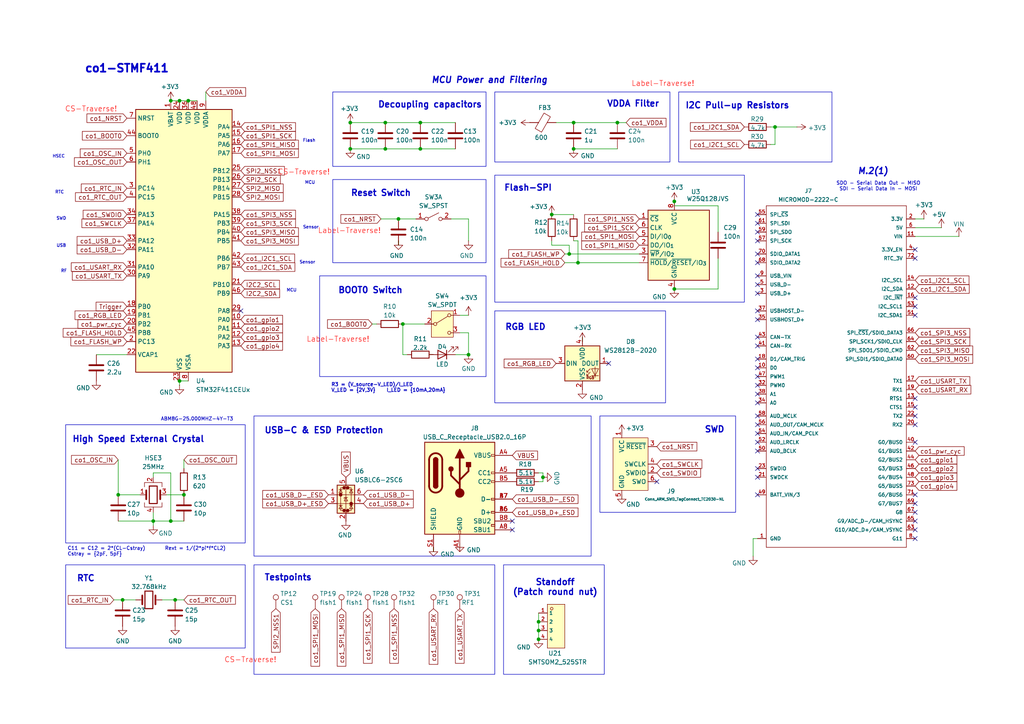
<source format=kicad_sch>
(kicad_sch (version 20250114) (generator "eeschema") (generator_version "9.0")
  (paper "A4")
  (rectangle (start 92.71 80.01) (end 140.97 109.22))
  (rectangle (start 73.66 163.83) (end 143.51 195.58))
  (rectangle (start 73.66 120.65) (end 171.45 161.29))
  (rectangle (start 96.52 26.67) (end 140.97 48.26))
  (rectangle (start 143.51 50.8) (end 215.9 87.63))
  (rectangle (start 196.85 26.67) (end 241.3 46.99))
  (rectangle (start 173.99 120.65) (end 213.36 148.59))
  (rectangle (start 146.05 163.83) (end 175.26 195.58))
  (rectangle (start 96.52 52.07) (end 140.97 76.2))
  (rectangle (start 19.05 163.83) (end 71.12 187.96))
  (rectangle (start 143.51 26.67) (end 194.31 46.99))
  (rectangle (start 19.05 123.19) (end 71.12 157.48))
  (rectangle (start 143.51 90.17) (end 193.04 116.84))
  (text "Standoff\n(Patch round nut)" (at 161.036 170.434 0) (effects (font (size 1.778 1.778) (thickness 0.3556) (bold yes))))
  (text "Flash-SPI" (at 153.162 54.61 0) (effects (font (size 1.778 1.778) (thickness 0.3556) (bold yes))))
  (text "VDDA Filter\n" (at 183.642 30.226 0) (effects (font (size 1.778 1.778) (thickness 0.3556) (bold yes))))
  (text "I2C Pull-up Resistors" (at 213.868 30.734 0) (effects (font (size 1.778 1.778) (thickness 0.3556) (bold yes))))
  (text "SDO - Serial Data Out - MISO\nSDI - Serial Data In - MOSI" (at 254.762 54.102 0) (effects (font (size 1.016 1.016))))
  (text "Sensor" (at 90.17 66.04 0) (effects (font (size 0.889 0.889))))
  (text "HSEC" (at 17.018 45.466 0) (effects (font (size 0.889 0.889))))
  (text "ABM8G-25.000MHZ-4Y-T3\n" (at 57.15 121.666 0) (effects (font (size 1.016 1.016) (thickness 0.1588))))
  (text "Testpoints" (at 83.566 167.64 0) (effects (font (size 1.778 1.778) (thickness 0.3556) (bold yes))))
  (text "CS-Traverse!\n" (at 72.644 191.516 0) (effects (font (size 1.524 1.524))))
  (text "CS-Traverse!\n" (at 88.138 50.038 0) (effects (font (size 1.524 1.524))))
  (text "RGB LED" (at 152.4 94.996 0) (effects (font (size 1.778 1.778) (thickness 0.3556) (bold yes))))
  (text "M.2(1)\n" (at 253.238 49.784 0) (effects (font (size 1.778 1.778) (thickness 0.3556) (bold yes) (italic yes))))
  (text "Sensor" (at 89.154 76.2 0) (effects (font (size 0.889 0.889))))
  (text "RTC" (at 17.272 55.88 0) (effects (font (size 0.889 0.889))))
  (text "SWD\n" (at 207.264 124.714 0) (effects (font (size 1.778 1.778) (thickness 0.3556) (bold yes))))
  (text "C11 = C12 = 2*(CL-Cstray)	Rext = 1/(2*pi*f*CL2)\nCstray = {2pF, 5pF}" (at 19.558 160.02 0) (effects (font (size 1.016 1.016) (thickness 0.1588)) (justify left)))
  (text "RTC\n" (at 24.892 167.894 0) (effects (font (size 1.778 1.778) (thickness 0.3556) (bold yes))))
  (text "co1-STMF411\n\n" (at 36.83 21.844 0) (effects (font (size 2.286 2.286) (thickness 0.508) (bold yes))))
  (text "USB\n" (at 17.78 71.374 0) (effects (font (size 0.889 0.889))))
  (text "Reset Switch\n" (at 110.49 56.134 0) (effects (font (size 1.778 1.778) (thickness 0.3556) (bold yes))))
  (text "Label-Traverse!\n" (at 192.278 24.384 0) (effects (font (size 1.524 1.524))))
  (text "Flash" (at 89.662 40.894 0) (effects (font (size 0.889 0.889))))
  (text "Decoupling capacitors\n" (at 124.714 30.48 0) (effects (font (size 1.778 1.778) (thickness 0.3556) (bold yes))))
  (text "SWD" (at 17.78 63.5 0) (effects (font (size 0.889 0.889))))
  (text "MCU" (at 84.582 84.328 0) (effects (font (size 0.889 0.889))))
  (text "CS-Traverse!\n" (at 26.416 31.75 0) (effects (font (size 1.524 1.524))))
  (text "BOOT0 Switch" (at 107.442 84.328 0) (effects (font (size 1.778 1.778) (thickness 0.3556) (bold yes))))
  (text "Label-Traverse!\n" (at 101.346 67.056 0) (effects (font (size 1.524 1.524))))
  (text "Label-Traverse!\n" (at 98.044 98.552 0) (effects (font (size 1.524 1.524))))
  (text "MCU Power and Filtering" (at 141.986 23.368 0) (effects (font (size 1.778 1.778) (thickness 0.3556) (bold yes) (italic yes))))
  (text "R3 = (V_source-V_LED)/I_LED\nV_LED = {2V,3V}	I_LED = {10mA,20mA}" (at 96.012 112.522 0) (effects (font (size 1.016 1.016) (thickness 0.2032) (bold yes)) (justify left)))
  (text "USB-C & ESD Protection\n" (at 93.98 124.968 0) (effects (font (size 1.778 1.778) (thickness 0.3556) (bold yes))))
  (text "High Speed External Crystal" (at 40.132 127.508 0) (effects (font (size 1.778 1.778) (thickness 0.3556) (bold yes))))
  (text "RF" (at 18.542 78.74 0) (effects (font (size 0.889 0.889))))
  (text "MCU" (at 89.916 53.086 0) (effects (font (size 0.889 0.889))))
  (junction (at 157.48 138.43))
  (junction (at 166.37 35.56))
  (junction (at 156.21 182.88))
  (junction (at 53.34 143.51))
  (junction (at 224.79 36.83))
  (junction (at 166.37 43.18))
  (junction (at 195.58 58.42))
  (junction (at 54.61 29.21))
  (junction (at 44.45 151.13))
  (junction (at 49.53 29.21))
  (junction (at 121.92 43.18))
  (junction (at 101.6 35.56))
  (junction (at 50.8 173.99))
  (junction (at 156.21 185.42))
  (junction (at 135.89 102.87))
  (junction (at 165.1 73.66))
  (junction (at 52.07 110.49))
  (junction (at 101.6 43.18))
  (junction (at 167.64 76.2))
  (junction (at 49.53 151.13))
  (junction (at 52.07 29.21))
  (junction (at 34.29 143.51))
  (junction (at 111.76 35.56))
  (junction (at 116.84 93.98))
  (junction (at 115.57 63.5))
  (junction (at 121.92 35.56))
  (junction (at 111.76 43.18))
  (junction (at 179.07 35.56))
  (junction (at 195.58 83.82))
  (junction (at 35.56 173.99))
  (junction (at 160.02 62.23))
  (junction (at 156.21 180.34))
  (no_connect (at 190.5 139.7))
  (no_connect (at 265.43 156.21))
  (no_connect (at 265.43 86.36))
  (no_connect (at 219.71 62.23))
  (no_connect (at 219.71 92.71))
  (no_connect (at 219.71 82.55))
  (no_connect (at 148.59 151.13))
  (no_connect (at 219.71 143.51))
  (no_connect (at 265.43 151.13))
  (no_connect (at 219.71 104.14))
  (no_connect (at 176.53 105.41))
  (no_connect (at 265.43 91.44))
  (no_connect (at 265.43 74.93))
  (no_connect (at 219.71 64.77))
  (no_connect (at 265.43 153.67))
  (no_connect (at 219.71 138.43))
  (no_connect (at 219.71 123.19))
  (no_connect (at 219.71 109.22))
  (no_connect (at 219.71 114.3))
  (no_connect (at 219.71 130.81))
  (no_connect (at 265.43 120.65))
  (no_connect (at 219.71 111.76))
  (no_connect (at 265.43 115.57))
  (no_connect (at 219.71 85.09))
  (no_connect (at 219.71 69.85))
  (no_connect (at 219.71 128.27))
  (no_connect (at 219.71 67.31))
  (no_connect (at 219.71 106.68))
  (no_connect (at 219.71 135.89))
  (no_connect (at 265.43 146.05))
  (no_connect (at 219.71 125.73))
  (no_connect (at 219.71 120.65))
  (no_connect (at 219.71 100.33))
  (no_connect (at 219.71 90.17))
  (no_connect (at 219.71 80.01))
  (no_connect (at 219.71 97.79))
  (no_connect (at 265.43 118.11))
  (no_connect (at 265.43 148.59))
  (no_connect (at 148.59 153.67))
  (no_connect (at 219.71 116.84))
  (no_connect (at 219.71 73.66))
  (no_connect (at 265.43 143.51))
  (no_connect (at 69.85 90.17))
  (no_connect (at 265.43 128.27))
  (no_connect (at 219.71 76.2))
  (no_connect (at 265.43 88.9))
  (no_connect (at 265.43 123.19))
  (no_connect (at 265.43 72.39))
  (wire (pts (xy 52.07 29.21) (xy 49.53 29.21)))
  (wire (pts (xy 157.48 137.16) (xy 156.21 137.16)))
  (wire (pts (xy 224.79 36.83) (xy 231.14 36.83)))
  (wire (pts (xy 208.28 59.69) (xy 208.28 67.31)))
  (wire (pts (xy 133.35 157.48) (xy 133.35 160.02)))
  (wire (pts (xy 125.73 102.87) (xy 124.46 102.87)))
  (wire (pts (xy 44.45 151.13) (xy 49.53 151.13)))
  (wire (pts (xy 52.07 110.49) (xy 54.61 110.49)))
  (wire (pts (xy 267.97 63.5) (xy 265.43 63.5)))
  (wire (pts (xy 166.37 43.18) (xy 179.07 43.18)))
  (wire (pts (xy 135.89 91.44) (xy 133.35 91.44)))
  (wire (pts (xy 181.61 35.56) (xy 179.07 35.56)))
  (wire (pts (xy 49.53 137.16) (xy 49.53 151.13)))
  (wire (pts (xy 218.44 156.21) (xy 218.44 161.29)))
  (wire (pts (xy 121.92 43.18) (xy 132.08 43.18)))
  (wire (pts (xy 57.15 29.21) (xy 54.61 29.21)))
  (wire (pts (xy 110.49 63.5) (xy 115.57 63.5)))
  (wire (pts (xy 166.37 69.85) (xy 167.64 69.85)))
  (wire (pts (xy 218.44 156.21) (xy 219.71 156.21)))
  (wire (pts (xy 160.02 69.85) (xy 160.02 71.12)))
  (wire (pts (xy 133.35 96.52) (xy 135.89 96.52)))
  (wire (pts (xy 46.99 173.99) (xy 50.8 173.99)))
  (wire (pts (xy 157.48 138.43) (xy 157.48 137.16)))
  (wire (pts (xy 111.76 43.18) (xy 121.92 43.18)))
  (wire (pts (xy 44.45 152.4) (xy 44.45 151.13)))
  (wire (pts (xy 163.83 76.2) (xy 167.64 76.2)))
  (wire (pts (xy 168.91 99.06) (xy 168.91 97.79)))
  (wire (pts (xy 52.07 111.76) (xy 52.07 110.49)))
  (wire (pts (xy 53.34 133.35) (xy 53.34 135.89)))
  (wire (pts (xy 34.29 151.13) (xy 44.45 151.13)))
  (wire (pts (xy 49.53 151.13) (xy 53.34 151.13)))
  (wire (pts (xy 167.64 69.85) (xy 167.64 76.2)))
  (wire (pts (xy 33.02 173.99) (xy 35.56 173.99)))
  (wire (pts (xy 273.05 66.04) (xy 265.43 66.04)))
  (wire (pts (xy 118.11 102.87) (xy 116.84 102.87)))
  (wire (pts (xy 35.56 173.99) (xy 39.37 173.99)))
  (wire (pts (xy 54.61 29.21) (xy 52.07 29.21)))
  (wire (pts (xy 125.73 158.75) (xy 125.73 160.02)))
  (wire (pts (xy 115.57 63.5) (xy 120.65 63.5)))
  (wire (pts (xy 160.02 62.23) (xy 166.37 62.23)))
  (wire (pts (xy 195.58 58.42) (xy 195.58 59.69)))
  (wire (pts (xy 278.13 68.58) (xy 265.43 68.58)))
  (wire (pts (xy 167.64 76.2) (xy 185.42 76.2)))
  (wire (pts (xy 163.83 73.66) (xy 165.1 73.66)))
  (wire (pts (xy 59.69 26.67) (xy 59.69 29.21)))
  (wire (pts (xy 115.57 69.85) (xy 115.57 71.12)))
  (wire (pts (xy 157.48 139.7) (xy 157.48 138.43)))
  (wire (pts (xy 180.34 125.73) (xy 180.34 124.46)))
  (wire (pts (xy 135.89 96.52) (xy 135.89 102.87)))
  (wire (pts (xy 166.37 35.56) (xy 179.07 35.56)))
  (wire (pts (xy 27.94 102.87) (xy 36.83 102.87)))
  (wire (pts (xy 156.21 177.8) (xy 156.21 180.34)))
  (wire (pts (xy 208.28 74.93) (xy 208.28 83.82)))
  (wire (pts (xy 44.45 137.16) (xy 49.53 137.16)))
  (wire (pts (xy 208.28 83.82) (xy 195.58 83.82)))
  (wire (pts (xy 116.84 93.98) (xy 116.84 102.87)))
  (wire (pts (xy 116.84 93.98) (xy 123.19 93.98)))
  (wire (pts (xy 34.29 133.35) (xy 34.29 143.51)))
  (wire (pts (xy 44.45 138.43) (xy 44.45 137.16)))
  (wire (pts (xy 101.6 43.18) (xy 111.76 43.18)))
  (wire (pts (xy 224.79 36.83) (xy 223.52 36.83)))
  (wire (pts (xy 195.58 59.69) (xy 208.28 59.69)))
  (wire (pts (xy 224.79 41.91) (xy 223.52 41.91)))
  (wire (pts (xy 156.21 180.34) (xy 156.21 182.88)))
  (wire (pts (xy 156.21 139.7) (xy 157.48 139.7)))
  (wire (pts (xy 135.89 102.87) (xy 132.08 102.87)))
  (wire (pts (xy 156.21 182.88) (xy 156.21 185.42)))
  (wire (pts (xy 180.34 143.51) (xy 180.34 144.78)))
  (wire (pts (xy 111.76 35.56) (xy 121.92 35.56)))
  (wire (pts (xy 121.92 35.56) (xy 132.08 35.56)))
  (wire (pts (xy 34.29 143.51) (xy 40.64 143.51)))
  (wire (pts (xy 48.26 143.51) (xy 53.34 143.51)))
  (wire (pts (xy 135.89 63.5) (xy 135.89 69.85)))
  (wire (pts (xy 107.95 93.98) (xy 109.22 93.98)))
  (wire (pts (xy 160.02 71.12) (xy 165.1 71.12)))
  (wire (pts (xy 101.6 35.56) (xy 111.76 35.56)))
  (wire (pts (xy 165.1 71.12) (xy 165.1 73.66)))
  (wire (pts (xy 224.79 41.91) (xy 224.79 36.83)))
  (wire (pts (xy 165.1 73.66) (xy 185.42 73.66)))
  (wire (pts (xy 50.8 173.99) (xy 53.34 173.99)))
  (wire (pts (xy 161.29 35.56) (xy 166.37 35.56)))
  (wire (pts (xy 44.45 151.13) (xy 44.45 148.59)))
  (wire (pts (xy 130.81 63.5) (xy 135.89 63.5)))
  (global_label "co1_SPI1_MOSI" (shape input) (at 91.44 176.53 270) (property "Intersheetrefs" "${INTERSHEET_REFS}" (effects (hide yes))))
  (global_label "co1_SWDIO" (shape input) (at 190.5 137.16 0) (property "Intersheetrefs" "${INTERSHEET_REFS}" (effects (hide yes))))
  (global_label "co1_I2C1_SDA" (shape input) (at 69.85 77.47 0) (property "Intersheetrefs" "${INTERSHEET_REFS}" (effects (hide yes))))
  (global_label "SPI2_NSS1" (shape input) (at 80.01 176.53 270) (property "Intersheetrefs" "${INTERSHEET_REFS}" (effects (hide yes))))
  (global_label "co1_SPI3_NSS" (shape input) (at 69.85 62.23 0) (property "Intersheetrefs" "${INTERSHEET_REFS}" (effects (hide yes))))
  (global_label "co1_VDDA" (shape input) (at 181.61 35.56 0) (property "Intersheetrefs" "${INTERSHEET_REFS}" (effects (hide yes))))
  (global_label "co1_FLASH_HOLD" (shape input) (at 36.83 96.52 180) (property "Intersheetrefs" "${INTERSHEET_REFS}" (effects (hide yes))))
  (global_label "VBUS" (shape input) (at 148.59 132.08 0) (effects (font (thickness 0.1588))) (property "Intersheetrefs" "${INTERSHEET_REFS}" (effects (hide yes))))
  (global_label "co1_RTC_OUT" (shape input) (at 53.34 173.99 0) (property "Intersheetrefs" "${INTERSHEET_REFS}" (effects (hide yes))))
  (global_label "co1_SWCLK" (shape input) (at 190.5 134.62 0) (property "Intersheetrefs" "${INTERSHEET_REFS}" (effects (hide yes))))
  (global_label "co1_USB_D-" (shape input) (at 36.83 72.39 180) (property "Intersheetrefs" "${INTERSHEET_REFS}" (effects (hide yes))))
  (global_label "co1_USB_D+_ESD" (shape input) (at 148.59 148.59 0) (effects (font (thickness 0.1588))) (property "Intersheetrefs" "${INTERSHEET_REFS}" (effects (hide yes))))
  (global_label "co1_pwr_cyc" (shape input) (at 265.43 130.81 0) (property "Intersheetrefs" "${INTERSHEET_REFS}" (effects (hide yes))))
  (global_label "co1_SPI1_NSS" (shape input) (at 114.3 176.53 270) (property "Intersheetrefs" "${INTERSHEET_REFS}" (effects (hide yes))))
  (global_label "co1_SPI3_SCK" (shape input) (at 265.43 99.06 0) (effects (font (thickness 0.1588))) (property "Intersheetrefs" "${INTERSHEET_REFS}" (effects (hide yes))))
  (global_label "co1_gpio2" (shape input) (at 69.85 95.25 0) (effects (font (thickness 0.1588))) (property "Intersheetrefs" "${INTERSHEET_REFS}" (effects (hide yes))))
  (global_label "I2C2_SCL" (shape input) (at 69.85 82.55 0) (property "Intersheetrefs" "${INTERSHEET_REFS}" (effects (hide yes))))
  (global_label "co1_I2C1_SCL" (shape input) (at 215.9 41.91 180) (property "Intersheetrefs" "${INTERSHEET_REFS}" (effects (hide yes))))
  (global_label "co1_SPI1_SCK" (shape input) (at 106.68 176.53 270) (property "Intersheetrefs" "${INTERSHEET_REFS}" (effects (hide yes))))
  (global_label "SPI2_MISO" (shape input) (at 69.85 54.61 0) (property "Intersheetrefs" "${INTERSHEET_REFS}" (effects (hide yes))))
  (global_label "co1_USB_D-_ESD" (shape input) (at 148.59 144.78 0) (effects (font (thickness 0.1588))) (property "Intersheetrefs" "${INTERSHEET_REFS}" (effects (hide yes))))
  (global_label "co1_FLASH_WP" (shape input) (at 36.83 99.06 180) (property "Intersheetrefs" "${INTERSHEET_REFS}" (effects (hide yes))))
  (global_label "co1_USART_TX" (shape input) (at 265.43 110.49 0) (property "Intersheetrefs" "${INTERSHEET_REFS}" (effects (hide yes))))
  (global_label "co1_SPI1_NSS" (shape input) (at 69.85 36.83 0) (effects (font (thickness 0.1588))) (property "Intersheetrefs" "${INTERSHEET_REFS}" (effects (hide yes))))
  (global_label "co1_OSC_OUT" (shape input) (at 53.34 133.35 0) (property "Intersheetrefs" "${INTERSHEET_REFS}" (effects (hide yes))))
  (global_label "co1_gpio3" (shape input) (at 265.43 138.43 0) (effects (font (thickness 0.1588))) (property "Intersheetrefs" "${INTERSHEET_REFS}" (effects (hide yes))))
  (global_label "co1_USB_D-" (shape input) (at 105.41 143.51 0) (property "Intersheetrefs" "${INTERSHEET_REFS}" (effects (hide yes))))
  (global_label "co1_VDDA" (shape input) (at 59.69 26.67 0) (property "Intersheetrefs" "${INTERSHEET_REFS}" (effects (hide yes))))
  (global_label "co1_OSC_IN" (shape input) (at 34.29 133.35 180) (property "Intersheetrefs" "${INTERSHEET_REFS}" (effects (hide yes))))
  (global_label "SPI2_NSS1" (shape input) (at 69.85 49.53 0) (property "Intersheetrefs" "${INTERSHEET_REFS}" (effects (hide yes))))
  (global_label "co1_gpio1" (shape input) (at 265.43 133.35 0) (effects (font (thickness 0.1588))) (property "Intersheetrefs" "${INTERSHEET_REFS}" (effects (hide yes))))
  (global_label "co1_SPI3_NSS" (shape input) (at 265.43 96.52 0) (effects (font (thickness 0.1588))) (property "Intersheetrefs" "${INTERSHEET_REFS}" (effects (hide yes))))
  (global_label "co1_USART_RX" (shape input) (at 125.73 176.53 270) (property "Intersheetrefs" "${INTERSHEET_REFS}" (effects (hide yes))))
  (global_label "co1_NRST" (shape input) (at 110.49 63.5 180) (property "Intersheetrefs" "${INTERSHEET_REFS}" (effects (hide yes))))
  (global_label "co1_SPI3_MOSI" (shape input) (at 69.85 69.85 0) (property "Intersheetrefs" "${INTERSHEET_REFS}" (effects (hide yes))))
  (global_label "co1_SWCLK" (shape input) (at 36.83 64.77 180) (property "Intersheetrefs" "${INTERSHEET_REFS}" (effects (hide yes))))
  (global_label "co1_FLASH_HOLD" (shape input) (at 163.83 76.2 180) (property "Intersheetrefs" "${INTERSHEET_REFS}" (effects (hide yes))))
  (global_label "SPI2_SCK" (shape input) (at 69.85 52.07 0) (property "Intersheetrefs" "${INTERSHEET_REFS}" (effects (hide yes))))
  (global_label "co1_SPI1_MISO" (shape input) (at 69.85 41.91 0) (property "Intersheetrefs" "${INTERSHEET_REFS}" (effects (hide yes))))
  (global_label "co1_RGB_LED" (shape input) (at 36.83 91.44 180) (property "Intersheetrefs" "${INTERSHEET_REFS}" (effects (hide yes))))
  (global_label "I2C2_SDA" (shape input) (at 69.85 85.09 0) (property "Intersheetrefs" "${INTERSHEET_REFS}" (effects (hide yes))))
  (global_label "co1_I2C1_SCL" (shape input) (at 69.85 74.93 0) (property "Intersheetrefs" "${INTERSHEET_REFS}" (effects (hide yes))))
  (global_label "co1_SPI3_SCK" (shape input) (at 69.85 64.77 0) (property "Intersheetrefs" "${INTERSHEET_REFS}" (effects (hide yes))))
  (global_label "co1_SPI1_SCK" (shape input) (at 185.42 66.04 180) (property "Intersheetrefs" "${INTERSHEET_REFS}" (effects (hide yes))))
  (global_label "co1_SPI3_MOSI" (shape input) (at 265.43 104.14 0) (property "Intersheetrefs" "${INTERSHEET_REFS}" (effects (hide yes))))
  (global_label "co1_SPI1_MOSI" (shape input) (at 185.42 68.58 180) (property "Intersheetrefs" "${INTERSHEET_REFS}" (effects (hide yes))))
  (global_label "co1_NRST" (shape input) (at 36.83 34.29 180) (property "Intersheetrefs" "${INTERSHEET_REFS}" (effects (hide yes))))
  (global_label "co1_USB_D+_ESD" (shape input) (at 95.25 146.05 180) (effects (font (thickness 0.1588))) (property "Intersheetrefs" "${INTERSHEET_REFS}" (effects (hide yes))))
  (global_label "SPI2_MOSI" (shape input) (at 69.85 57.15 0) (property "Intersheetrefs" "${INTERSHEET_REFS}" (effects (hide yes))))
  (global_label "Trigger" (shape input) (at 36.83 88.9 180) (property "Intersheetrefs" "${INTERSHEET_REFS}" (effects (hide yes))))
  (global_label "co1_USART_RX" (shape input) (at 36.83 77.47 180) (property "Intersheetrefs" "${INTERSHEET_REFS}" (effects (hide yes))))
  (global_label "co1_FLASH_WP" (shape input) (at 163.83 73.66 180) (property "Intersheetrefs" "${INTERSHEET_REFS}" (effects (hide yes))))
  (global_label "co1_USB_D-_ESD" (shape input) (at 95.25 143.51 180) (effects (font (thickness 0.1588))) (property "Intersheetrefs" "${INTERSHEET_REFS}" (effects (hide yes))))
  (global_label "co1_gpio4" (shape input) (at 69.85 100.33 0) (effects (font (thickness 0.1588))) (property "Intersheetrefs" "${INTERSHEET_REFS}" (effects (hide yes))))
  (global_label "co1_gpio3" (shape input) (at 69.85 97.79 0) (effects (font (thickness 0.1588))) (property "Intersheetrefs" "${INTERSHEET_REFS}" (effects (hide yes))))
  (global_label "co1_OSC_OUT" (shape input) (at 36.83 46.99 180) (property "Intersheetrefs" "${INTERSHEET_REFS}" (effects (hide yes))))
  (global_label "co1_gpio4" (shape input) (at 265.43 140.97 0) (effects (font (thickness 0.1588))) (property "Intersheetrefs" "${INTERSHEET_REFS}" (effects (hide yes))))
  (global_label "co1_OSC_IN" (shape input) (at 36.83 44.45 180) (property "Intersheetrefs" "${INTERSHEET_REFS}" (effects (hide yes))))
  (global_label "co1_gpio2" (shape input) (at 265.43 135.89 0) (effects (font (thickness 0.1588))) (property "Intersheetrefs" "${INTERSHEET_REFS}" (effects (hide yes))))
  (global_label "co1_gpio1" (shape input) (at 69.85 92.71 0) (effects (font (thickness 0.1588))) (property "Intersheetrefs" "${INTERSHEET_REFS}" (effects (hide yes))))
  (global_label "co1_SWDIO" (shape input) (at 36.83 62.23 180) (property "Intersheetrefs" "${INTERSHEET_REFS}" (effects (hide yes))))
  (global_label "co1_SPI3_MISO" (shape input) (at 265.43 101.6 0) (property "Intersheetrefs" "${INTERSHEET_REFS}" (effects (hide yes))))
  (global_label "co1_NRST" (shape input) (at 190.5 129.54 0) (property "Intersheetrefs" "${INTERSHEET_REFS}" (effects (hide yes))))
  (global_label "co1_SPI1_MOSI" (shape input) (at 69.85 44.45 0) (property "Intersheetrefs" "${INTERSHEET_REFS}" (effects (hide yes))))
  (global_label "co1_SPI3_MISO" (shape input) (at 69.85 67.31 0) (property "Intersheetrefs" "${INTERSHEET_REFS}" (effects (hide yes))))
  (global_label "co1_USB_D+" (shape input) (at 36.83 69.85 180) (property "Intersheetrefs" "${INTERSHEET_REFS}" (effects (hide yes))))
  (global_label "co1_I2C1_SDA" (shape input) (at 265.43 83.82 0) (property "Intersheetrefs" "${INTERSHEET_REFS}" (effects (hide yes))))
  (global_label "co1_USB_D+" (shape input) (at 105.41 146.05 0) (property "Intersheetrefs" "${INTERSHEET_REFS}" (effects (hide yes))))
  (global_label "co1_I2C1_SCL" (shape input) (at 265.43 81.28 0) (property "Intersheetrefs" "${INTERSHEET_REFS}" (effects (hide yes))))
  (global_label "VBUS" (shape input) (at 100.33 138.43 90) (effects (font (thickness 0.1588))) (property "Intersheetrefs" "${INTERSHEET_REFS}" (effects (hide yes))))
  (global_label "co1_SPI1_MISO" (shape input) (at 99.06 176.53 270) (property "Intersheetrefs" "${INTERSHEET_REFS}" (effects (hide yes))))
  (global_label "co1_USART_TX" (shape input) (at 133.35 176.53 270) (property "Intersheetrefs" "${INTERSHEET_REFS}" (effects (hide yes))))
  (global_label "co1_USART_TX" (shape input) (at 36.83 80.01 180) (property "Intersheetrefs" "${INTERSHEET_REFS}" (effects (hide yes))))
  (global_label "co1_SPI1_NSS" (shape input) (at 185.42 63.5 180) (property "Intersheetrefs" "${INTERSHEET_REFS}" (effects (hide yes))))
  (global_label "co1_RTC_IN" (shape input) (at 36.83 54.61 180) (property "Intersheetrefs" "${INTERSHEET_REFS}" (effects (hide yes))))
  (global_label "co1_RTC_OUT" (shape input) (at 36.83 57.15 180) (property "Intersheetrefs" "${INTERSHEET_REFS}" (effects (hide yes))))
  (global_label "co1_RTC_IN" (shape input) (at 33.02 173.99 180) (property "Intersheetrefs" "${INTERSHEET_REFS}" (effects (hide yes))))
  (global_label "co1_USART_RX" (shape input) (at 265.43 113.03 0) (property "Intersheetrefs" "${INTERSHEET_REFS}" (effects (hide yes))))
  (global_label "co1_I2C1_SDA" (shape input) (at 215.9 36.83 180) (effects (font (thickness 0.1588))) (property "Intersheetrefs" "${INTERSHEET_REFS}" (effects (hide yes))))
  (global_label "co1_SPI1_SCK" (shape input) (at 69.85 39.37 0) (effects (font (thickness 0.1588))) (property "Intersheetrefs" "${INTERSHEET_REFS}" (effects (hide yes))))
  (global_label "co1_pwr_cyc" (shape input) (at 36.83 93.98 180) (property "Intersheetrefs" "${INTERSHEET_REFS}" (effects (hide yes))))
  (global_label "co1_BOOT0" (shape input) (at 36.83 39.37 180) (property "Intersheetrefs" "${INTERSHEET_REFS}" (effects (hide yes))))
  (global_label "co1_BOOT0" (shape input) (at 107.95 93.98 180) (effects (font (thickness 0.1588))) (property "Intersheetrefs" "${INTERSHEET_REFS}" (effects (hide yes))))
  (global_label "co1_SPI1_MISO" (shape input) (at 185.42 71.12 180) (property "Intersheetrefs" "${INTERSHEET_REFS}" (effects (hide yes))))
  (global_label "co1_RGB_LED" (shape input) (at 161.29 105.41 180) (effects (font (thickness 0.1588))) (property "Intersheetrefs" "${INTERSHEET_REFS}" (effects (hide yes))))
  (symbol (lib_id "LED:WS2812B-2020") (at 168.91 105.41 0) (unit 1)
    (property "Reference" "D8" (at 182.88 99.0914 0))
    (property "Value" "WS2812B-2020" (at 182.88 101.6314 0))
    (property "Footprint" "LED_SMD:LED_WS2812B-2020_PLCC4_2.0x2.0mm" (effects (hide yes)))
    (property "Datasheet" "https://cdn-shop.adafruit.com/product-files/4684/4684_WS2812B-2020_V1.3_EN.pdf" (effects (hide yes)))
    (property "Description" "RGB LED with integrated controller, 2.0 x 2.0 mm, 12 mA" (effects (hide yes)))
  )
  (symbol (lib_id "power:GND") (at 133.35 157.48 0) (unit 1)
    (property "Reference" "#PWR059" (effects (hide yes)))
    (property "Value" "GND" (at 139.446 159.512 0) (effects (justify right)))
    (property "Description" "Power symbol creates a global label with name \"GND\" , ground" (effects (hide yes)))
  )
  (symbol (lib_id "Device:C") (at 208.28 71.12 0) (unit 1)
    (property "Reference" "C29" (at 209.804 66.04 0) (effects (justify left)))
    (property "Value" "100n" (at 209.804 68.58 0) (effects (justify left)))
    (property "Footprint" "Capacitor_SMD:C_0402_1005Metric" (effects (hide yes)))
    (property "Description" "Unpolarized capacitor" (effects (hide yes)))
  )
  (symbol (lib_id "Device:FerriteBead") (at 157.48 35.56 90) (unit 1)
    (property "Reference" "FB3" (at 157.988 31.242 90))
    (property "Value" "600" (at 156.972 39.878 90))
    (property "Footprint" "Inductor_SMD:L_0402_1005Metric" (effects (hide yes)))
    (property "Description" "Ferrite bead" (effects (hide yes)))
  )
  (symbol (lib_id "power:GND") (at 180.34 143.51 0) (unit 1)
    (property "Reference" "#PWR062" (effects (hide yes)))
    (property "Value" "GND" (at 183.642 146.304 0))
    (property "Description" "Power symbol creates a global label with name \"GND\" , ground" (effects (hide yes)))
  )
  (symbol (lib_id "power:+3V3") (at 180.34 125.73 0) (unit 1)
    (property "Reference" "#PWR061" (effects (hide yes)))
    (property "Value" "+3V3" (at 184.15 124.206 0))
    (property "Description" "Power symbol creates a global label with name \"+3V3\"" (effects (hide yes)))
  )
  (symbol (lib_id "Device:Crystal_GND24") (at 44.45 143.51 0) (unit 1)
    (property "Reference" "HSE3" (at 44.45 132.842 0))
    (property "Value" "25MHz" (at 44.45 135.382 0))
    (property "Footprint" "Crystal:Crystal_SMD_Abracon_ABM8G-4Pin_3.2x2.5mm" (effects (hide yes)))
    (property "Description" "Four pin crystal, GND on pins 2 and 4" (effects (hide yes)))
  )
  (symbol (lib_id "power:GND") (at 218.44 161.29 0) (unit 1)
    (property "Reference" "#PWR054" (effects (hide yes)))
    (property "Value" "GND" (at 214.376 163.322 0))
    (property "Description" "Power symbol creates a global label with name \"GND\" , ground" (effects (hide yes)))
  )
  (symbol (lib_id "Device:C") (at 35.56 177.8 0) (unit 1)
    (property "Reference" "C23" (at 38.354 177.038 0) (effects (justify left)))
    (property "Value" "15p" (at 38.354 179.578 0) (effects (justify left)))
    (property "Footprint" "Capacitor_SMD:C_0402_1005Metric" (effects (hide yes)))
    (property "Description" "Unpolarized capacitor" (effects (hide yes)))
  )
  (symbol (lib_id "Device:Crystal") (at 43.18 173.99 0) (unit 1)
    (property "Reference" "Y1" (at 43.18 167.64 0))
    (property "Value" "32.768kHz" (at 43.18 170.18 0))
    (property "Footprint" "Crystal:Crystal_SMD_3215-2Pin_3.2x1.5mm" (effects (hide yes)))
    (property "Description" "Two pin crystal" (effects (hide yes)))
  )
  (symbol (lib_id "power:+3V3") (at 168.91 99.06 0) (mirror y) (unit 1)
    (property "Reference" "#PWR067" (effects (hide yes)))
    (property "Value" "+3V3" (at 168.91 94.996 0))
    (property "Description" "Power symbol creates a global label with name \"+3V3\"" (effects (hide yes)))
  )
  (symbol (lib_id "Device:C") (at 34.29 147.32 0) (unit 1)
    (property "Reference" "C27" (at 36.83 146.304 0) (effects (justify left)))
    (property "Value" "10p" (at 36.83 148.844 0) (effects (justify left)))
    (property "Footprint" "Capacitor_SMD:C_0402_1005Metric" (effects (hide yes)))
    (property "Description" "Unpolarized capacitor" (effects (hide yes)))
  )
  (symbol (lib_id "Connector:TestPoint") (at 133.35 176.53 0) (unit 1)
    (property "Reference" "TP31" (at 134.62 172.212 0) (effects (justify left)))
    (property "Value" "RF1" (at 133.858 174.752 0) (effects (justify left)))
    (property "Footprint" "TestPoint:TestPoint_Pad_D1.0mm" (effects (hide yes)))
    (property "Description" "test point" (effects (hide yes)))
  )
  (symbol (lib_id "Switch:SW_DPST_x2") (at 125.73 63.5 0) (unit 1)
    (property "Reference" "SW3" (at 125.73 57.15 0))
    (property "Value" "SW_SPST" (at 125.73 59.69 0))
    (property "Footprint" "Button_Switch_SMD:SW_SPST_B3U-1000P" (effects (hide yes)))
    (property "Description" "Single Pole Single Throw (SPST) switch, separate symbol" (effects (hide yes)))
  )
  (symbol (lib_id "Device:C") (at 115.57 67.31 0) (unit 1)
    (property "Reference" "C14" (at 118.872 66.548 0) (effects (justify left)))
    (property "Value" "100n" (at 118.872 69.088 0) (effects (justify left)))
    (property "Footprint" "Capacitor_SMD:C_0402_1005Metric" (effects (hide yes)))
    (property "Description" "Unpolarized capacitor" (effects (hide yes)))
  )
  (symbol (lib_id "Device:R") (at 152.4 137.16 270) (unit 1)
    (property "Reference" "R18" (at 150.368 134.62 90) (effects (justify left)))
    (property "Value" "5.1k" (at 150.368 137.16 90) (effects (justify left)))
    (property "Footprint" "Resistor_SMD:R_0402_1005Metric" (effects (hide yes)))
    (property "Description" "Resistor" (effects (hide yes)))
  )
  (symbol (lib_id "power:GND") (at 166.37 43.18 0) (unit 1)
    (property "Reference" "#PWR036" (effects (hide yes)))
    (property "Value" "GND" (at 170.434 45.212 0))
    (property "Description" "Power symbol creates a global label with name \"GND\" , ground" (effects (hide yes)))
  )
  (symbol (lib_id "Device:C") (at 121.92 39.37 0) (unit 1)
    (property "Reference" "C22" (at 124.968 38.1 0) (effects (justify left)))
    (property "Value" "100n" (at 124.968 40.64 0) (effects (justify left)))
    (property "Footprint" "Capacitor_SMD:C_0402_1005Metric" (effects (hide yes)))
    (property "Description" "Unpolarized capacitor" (effects (hide yes)))
  )
  (symbol (lib_id "Memory_Flash:W25Q128JVS") (at 195.58 71.12 0) (unit 1)
    (property "Reference" "U3" (at 200.406 55.626 0) (effects (justify left)))
    (property "Value" "W25Q128JVS" (at 199.136 57.658 0) (effects (justify left)))
    (property "Footprint" "Package_SO:SOIC-8_5.3x5.3mm_P1.27mm" (effects (hide yes)))
    (property "Datasheet" "https://www.winbond.com/resource-files/w25q128jv_dtr%20revc%2003272018%20plus.pdf" (effects (hide yes)))
    (property "Description" "128Mbit / 16MiB Serial Flash Memory, Standard/Dual/Quad SPI, 2.7-3.6V, SOIC-8" (effects (hide yes)))
  )
  (symbol (lib_id "power:GND") (at 195.58 83.82 0) (unit 1)
    (property "Reference" "#PWR060" (effects (hide yes)))
    (property "Value" "GND" (at 191.262 86.106 0))
    (property "Description" "Power symbol creates a global label with name \"GND\" , ground" (effects (hide yes)))
  )
  (symbol (lib_id "power:+3V3") (at 278.13 68.58 0) (unit 1)
    (property "Reference" "#PWR053" (effects (hide yes)))
    (property "Value" "VIN" (at 278.13 65.024 0))
    (property "Description" "Power symbol creates a global label with name \"+3V3\"" (effects (hide yes)))
  )
  (symbol (lib_id "power:+3V3") (at 101.6 35.56 0) (unit 1)
    (property "Reference" "#PWR033" (effects (hide yes)))
    (property "Value" "+3V3" (at 101.346 31.496 0))
    (property "Description" "Power symbol creates a global label with name \"+3V3\"" (effects (hide yes)))
  )
  (symbol (lib_id "power:+3V3") (at 267.97 63.5 0) (unit 1)
    (property "Reference" "#PWR044" (effects (hide yes)))
    (property "Value" "+3V3" (at 267.97 59.436 0))
    (property "Description" "Power symbol creates a global label with name \"+3V3\"" (effects (hide yes)))
  )
  (symbol (lib_id "Connector:TestPoint") (at 106.68 176.53 0) (unit 1)
    (property "Reference" "TP28" (at 107.95 172.212 0) (effects (justify left)))
    (property "Value" "flsh1" (at 107.95 174.752 0) (effects (justify left)))
    (property "Footprint" "TestPoint:TestPoint_Pad_D1.0mm" (effects (hide yes)))
    (property "Description" "test point" (effects (hide yes)))
  )
  (symbol (lib_id "power:+3V3") (at 273.05 66.04 0) (unit 1)
    (property "Reference" "#PWR052" (effects (hide yes)))
    (property "Value" "+5V" (at 272.288 62.23 0))
    (property "Description" "Power symbol creates a global label with name \"+3V3\"" (effects (hide yes)))
  )
  (symbol (lib_id "power:GND") (at 50.8 181.61 0) (unit 1)
    (property "Reference" "#PWR028" (effects (hide yes)))
    (property "Value" "GND" (at 50.8 185.928 0))
    (property "Description" "Power symbol creates a global label with name \"GND\" , ground" (effects (hide yes)))
  )
  (symbol (lib_id "power:+3V3") (at 135.89 91.44 0) (unit 1)
    (property "Reference" "#PWR037" (effects (hide yes)))
    (property "Value" "+3V3" (at 135.89 86.36 0))
    (property "Description" "Power symbol creates a global label with name \"+3V3\"" (effects (hide yes)))
  )
  (symbol (lib_id "power:GND") (at 135.89 69.85 0) (unit 1)
    (property "Reference" "#PWR030" (effects (hide yes)))
    (property "Value" "GND" (at 137.414 74.168 0) (effects (justify right)))
    (property "Description" "Power symbol creates a global label with name \"GND\" , ground" (effects (hide yes)))
  )
  (symbol (lib_id "Connector:USB_C_Receptacle_USB2.0_16P") (at 133.35 147.32 0) (unit 1)
    (property "Reference" "J8" (at 137.668 124.206 0))
    (property "Value" "USB_C_Receptacle_USB2.0_16P" (at 137.668 126.746 0))
    (property "Footprint" "Connector_USB:USB_C_Receptacle_G-Switch_GT-USB-7051x" (effects (hide yes)))
    (property "Datasheet" "https://www.usb.org/sites/default/files/documents/usb_type-c.zip" (effects (hide yes)))
    (property "Description" "USB 2.0-only 16P Type-C Receptacle connector" (effects (hide yes)))
  )
  (symbol (lib_id "Device:R") (at 219.71 36.83 270) (unit 1)
    (property "Reference" "R29" (at 217.678 34.544 90) (effects (justify left)))
    (property "Value" "4.7k" (at 217.678 37.084 90) (effects (justify left)))
    (property "Footprint" "Resistor_SMD:R_0402_1005Metric" (effects (hide yes)))
    (property "Description" "Resistor" (effects (hide yes)))
  )
  (symbol (lib_id "Device:R") (at 121.92 102.87 90) (unit 1)
    (property "Reference" "R11" (at 121.92 98.298 90))
    (property "Value" "2.2k" (at 121.92 100.838 90))
    (property "Footprint" "Resistor_SMD:R_0603_1608Metric" (effects (hide yes)))
    (property "Description" "Resistor" (effects (hide yes)))
  )
  (symbol (lib_id "Connector:TestPoint") (at 80.01 176.53 0) (unit 1)
    (property "Reference" "TP12" (at 81.28 172.212 0) (effects (justify left)))
    (property "Value" "CS1" (at 81.28 174.752 0) (effects (justify left)))
    (property "Footprint" "TestPoint:TestPoint_Pad_D1.0mm" (effects (hide yes)))
    (property "Description" "test point" (effects (hide yes)))
  )
  (symbol (lib_id "power:GND") (at 135.89 102.87 0) (unit 1)
    (property "Reference" "#PWR038" (effects (hide yes)))
    (property "Value" "GND" (at 135.89 106.934 0))
    (property "Description" "Power symbol creates a global label with name \"GND\" , ground" (effects (hide yes)))
  )
  (symbol (lib_id "Device:C") (at 27.94 106.68 0) (unit 1)
    (property "Reference" "C26" (at 30.988 105.41 0) (effects (justify left)))
    (property "Value" "2.2u" (at 30.988 107.95 0) (effects (justify left)))
    (property "Footprint" "Capacitor_SMD:C_0603_1608Metric" (effects (hide yes)))
    (property "Description" "Unpolarized capacitor" (effects (hide yes)))
  )
  (symbol (lib_id "power:+3V3") (at 231.14 36.83 270) (unit 1)
    (property "Reference" "#PWR042" (effects (hide yes)))
    (property "Value" "+3V3" (at 236.982 37.084 90))
    (property "Description" "Power symbol creates a global label with name \"+3V3\"" (effects (hide yes)))
  )
  (symbol (lib_id "Device:C") (at 132.08 39.37 0) (unit 1)
    (property "Reference" "C13" (at 134.366 38.1 0) (effects (justify left)))
    (property "Value" "100n" (at 134.366 40.64 0) (effects (justify left)))
    (property "Footprint" "Capacitor_SMD:C_0402_1005Metric" (effects (hide yes)))
    (property "Description" "Unpolarized capacitor" (effects (hide yes)))
  )
  (symbol (lib_id "Device:LED") (at 128.27 102.87 180) (unit 1)
    (property "Reference" "D4" (at 128.27 100.584 0))
    (property "Value" "LED" (at 128.27 105.664 0))
    (property "Footprint" "LED_SMD:LED_0603_1608Metric" (effects (hide yes)))
    (property "Description" "Light emitting diode" (effects (hide yes)))
  )
  (symbol (lib_id "Connector:TestPoint") (at 114.3 176.53 0) (unit 1)
    (property "Reference" "TP32" (at 115.57 172.212 0) (effects (justify left)))
    (property "Value" "flsh1" (at 115.57 174.752 0) (effects (justify left)))
    (property "Footprint" "TestPoint:TestPoint_Pad_D1.0mm" (effects (hide yes)))
    (property "Description" "test point" (effects (hide yes)))
  )
  (symbol (lib_id "Connector:TestPoint") (at 91.44 176.53 0) (unit 1)
    (property "Reference" "TP19" (at 92.71 172.212 0) (effects (justify left)))
    (property "Value" "flsh1" (at 92.71 174.752 0) (effects (justify left)))
    (property "Footprint" "TestPoint:TestPoint_Pad_D1.0mm" (effects (hide yes)))
    (property "Description" "test point" (effects (hide yes)))
  )
  (symbol (lib_id "power:GND") (at 52.07 111.76 0) (unit 1)
    (property "Reference" "#PWR026" (effects (hide yes)))
    (property "Value" "GND" (at 48.26 113.792 0))
    (property "Description" "Power symbol creates a global label with name \"GND\" , ground" (effects (hide yes)))
  )
  (symbol (lib_id "Power_Protection:USBLC6-2SC6") (at 100.33 143.51 0) (unit 1)
    (property "Reference" "U6" (at 102.87 136.652 0) (effects (justify left)))
    (property "Value" "USBLC6-2SC6" (at 102.87 139.192 0) (effects (justify left)))
    (property "Footprint" "Package_TO_SOT_SMD:SOT-23-6" (effects (hide yes)))
    (property "Datasheet" "https://www.st.com/resource/en/datasheet/usblc6-2.pdf" (effects (hide yes)))
    (property "Description" "Very low capacitance ESD protection diode, 2 data-line, SOT-23-6" (effects (hide yes)))
  )
  (symbol (lib_id "Connector:TestPoint") (at 125.73 176.53 0) (unit 1)
    (property "Reference" "TP30" (at 127 172.212 0) (effects (justify left)))
    (property "Value" "RF1" (at 126.492 174.752 0) (effects (justify left)))
    (property "Footprint" "TestPoint:TestPoint_Pad_D1.0mm" (effects (hide yes)))
    (property "Description" "test point" (effects (hide yes)))
  )
  (symbol (lib_id "Device:R") (at 219.71 41.91 270) (unit 1)
    (property "Reference" "R30" (at 217.678 39.624 90) (effects (justify left)))
    (property "Value" "4.7k" (at 217.678 42.164 90) (effects (justify left)))
    (property "Footprint" "Resistor_SMD:R_0402_1005Metric" (effects (hide yes)))
    (property "Description" "Resistor" (effects (hide yes)))
  )
  (symbol (lib_id "Device:C") (at 179.07 39.37 0) (unit 1)
    (property "Reference" "C24" (at 182.118 38.1 0) (effects (justify left)))
    (property "Value" "100n" (at 182.118 40.64 0) (effects (justify left)))
    (property "Footprint" "Capacitor_SMD:C_0402_1005Metric" (effects (hide yes)))
    (property "Description" "Unpolarized capacitor" (effects (hide yes)))
  )
  (symbol (lib_id "power:GND") (at 35.56 181.61 0) (unit 1)
    (property "Reference" "#PWR027" (effects (hide yes)))
    (property "Value" "GND" (at 35.56 185.928 0))
    (property "Description" "Power symbol creates a global label with name \"GND\" , ground" (effects (hide yes)))
  )
  (symbol (lib_id "Device:C") (at 166.37 39.37 0) (unit 1)
    (property "Reference" "C21" (at 169.418 38.1 0) (effects (justify left)))
    (property "Value" "1u" (at 169.418 40.64 0) (effects (justify left)))
    (property "Footprint" "Capacitor_SMD:C_0603_1608Metric" (effects (hide yes)))
    (property "Description" "Unpolarized capacitor" (effects (hide yes)))
  )
  (symbol (lib_id "power:GND") (at 115.57 69.85 0) (unit 1)
    (property "Reference" "#PWR025" (effects (hide yes)))
    (property "Value" "GND" (at 117.094 74.168 0) (effects (justify right)))
    (property "Description" "Power symbol creates a global label with name \"GND\" , ground" (effects (hide yes)))
  )
  (symbol (lib_id "power:GND") (at 44.45 152.4 0) (unit 1)
    (property "Reference" "#PWR043" (effects (hide yes)))
    (property "Value" "GND" (at 48.006 154.686 0))
    (property "Description" "Power symbol creates a global label with name \"GND\" , ground" (effects (hide yes)))
  )
  (symbol (lib_id "power:GND") (at 100.33 151.13 0) (unit 1)
    (property "Reference" "#PWR058" (effects (hide yes)))
    (property "Value" "GND" (at 102.108 155.194 0) (effects (justify right)))
    (property "Description" "Power symbol creates a global label with name \"GND\" , ground" (effects (hide yes)))
  )
  (symbol (lib_id "power:+3V3") (at 49.53 29.21 0) (unit 1)
    (property "Reference" "#PWR024" (effects (hide yes)))
    (property "Value" "+3V3" (at 49.276 25.146 0))
    (property "Description" "Power symbol creates a global label with name \"+3V3\"" (effects (hide yes)))
  )
  (symbol (lib_id "Device:R") (at 113.03 93.98 90) (unit 1)
    (property "Reference" "R10" (at 113.03 88.9 90))
    (property "Value" "10k" (at 113.03 91.44 90))
    (property "Footprint" "Resistor_SMD:R_0402_1005Metric" (effects (hide yes)))
    (property "Description" "Resistor" (effects (hide yes)))
  )
  (symbol (lib_id "Device:C") (at 50.8 177.8 0) (unit 1)
    (property "Reference" "C25" (at 53.594 177.038 0) (effects (justify left)))
    (property "Value" "15p" (at 53.594 179.578 0) (effects (justify left)))
    (property "Footprint" "Capacitor_SMD:C_0402_1005Metric" (effects (hide yes)))
    (property "Description" "Unpolarized capacitor" (effects (hide yes)))
  )
  (symbol (lib_id "Device:R") (at 160.02 66.04 0) (unit 1)
    (property "Reference" "R12" (at 154.94 64.516 0) (effects (justify left)))
    (property "Value" "10k" (at 154.94 67.056 0) (effects (justify left)))
    (property "Footprint" "Resistor_SMD:R_0402_1005Metric" (effects (hide yes)))
    (property "Description" "Resistor" (effects (hide yes)))
  )
  (symbol (lib_id "power:GND") (at 27.94 110.49 0) (unit 1)
    (property "Reference" "#PWR032" (effects (hide yes)))
    (property "Value" "GND" (at 24.13 112.522 0))
    (property "Description" "Power symbol creates a global label with name \"GND\" , ground" (effects (hide yes)))
  )
  (symbol (lib_id "Connector:Conn_ARM_SWD_TagConnect_TC2030-NL") (at 182.88 134.62 0) (unit 1) (in_bom no)
    (property "Reference" "J9" (at 195.834 142.494 0) (effects (justify right)))
    (property "Value" "Conn_ARM_SWD_TagConnect_TC2030-NL" (at 210.058 144.78 0) (effects (font (size 0.762 0.762)) (justify right)))
    (property "Footprint" "Connector:Tag-Connect_TC2030-IDC-NL_2x03_P1.27mm_Vertical" (effects (hide yes)))
    (property "Datasheet" "https://www.tag-connect.com/wp-content/uploads/bsk-pdf-manager/TC2030-CTX_1.pdf" (effects (hide yes)))
    (property "Description" "Tag-Connect ARM Cortex SWD JTAG connector, 6 pin, no legs" (effects (hide yes)))
  )
  (symbol (lib_id "power:+3V3") (at 153.67 35.56 90) (unit 1)
    (property "Reference" "#PWR035" (effects (hide yes)))
    (property "Value" "+3V3" (at 149.86 35.5599 90) (effects (justify left)))
    (property "Description" "Power symbol creates a global label with name \"+3V3\"" (effects (hide yes)))
  )
  (symbol (lib_id "power:GND") (at 156.21 185.42 0) (unit 1)
    (property "Reference" "#PWR0238" (effects (hide yes)))
    (property "Value" "GND" (at 151.892 187.706 0))
    (property "Description" "Power symbol creates a global label with name \"GND\" , ground" (effects (hide yes)))
  )
  (symbol (lib_id "Device:R") (at 152.4 139.7 270) (unit 1)
    (property "Reference" "R19" (at 150.876 141.986 90) (effects (justify left)))
    (property "Value" "5.1k" (at 150.368 139.7 90) (effects (justify left)))
    (property "Footprint" "Resistor_SMD:R_0402_1005Metric" (effects (hide yes)))
    (property "Description" "Resistor" (effects (hide yes)))
  )
  (symbol (lib_id "Device:R") (at 166.37 66.04 0) (unit 1)
    (property "Reference" "R14" (at 161.29 64.77 0) (effects (justify left)))
    (property "Value" "10k" (at 161.29 67.31 0) (effects (justify left)))
    (property "Footprint" "Resistor_SMD:R_0402_1005Metric" (effects (hide yes)))
    (property "Description" "Resistor" (effects (hide yes)))
  )
  (symbol (lib_id "Device:C") (at 53.34 147.32 0) (unit 1)
    (property "Reference" "C30" (at 56.134 146.304 0) (effects (justify left)))
    (property "Value" "10p" (at 56.134 148.844 0) (effects (justify left)))
    (property "Footprint" "Capacitor_SMD:C_0402_1005Metric" (effects (hide yes)))
    (property "Description" "Unpolarized capacitor" (effects (hide yes)))
  )
  (symbol (lib_id "SparkFun-MicroMod:MICROMOD-2222-C") (at 242.57 113.03 0) (unit 1)
    (property "Reference" "J7" (at 234.442 55.372 0) (effects (font (size 1.143 1.143))))
    (property "Value" "MICROMOD-2222-C" (at 234.442 57.912 0) (effects (font (size 1.143 1.143))))
    (property "Footprint" "mdot2:TE_2199119-4" (effects (hide yes)))
  )
  (symbol (lib_id "SMTSOM2_525STR:SMTSOM2_525STR") (at 161.29 181.61 0) (unit 1)
    (property "Reference" "U21" (at 159.004 189.484 0) (effects (justify left)))
    (property "Value" "SMTSOM2_525STR" (at 153.162 192.024 0) (effects (justify left)))
    (property "Footprint" "SMTSOM2.525STR:SMD_BD5.6-D4.1" (effects (hide yes)))
    (property "Datasheet" "https://img.jlc.com/pdf/applyPasteComponent/2021-08-17/383886A/1117d75d549448acb3d5abecca3dc57c/SMD%E8%A1%A8%E8%B4%B4%E8%9E%BA%E6%AF%8D%E6%9F%B1-%E7%AE%80.pdf" (effects (hide yes)))
    (property "LCSC" "C22368605" (effects (hide yes)))
  )
  (symbol (lib_id "Connector:TestPoint") (at 99.06 176.53 0) (unit 1)
    (property "Reference" "TP24" (at 100.33 172.212 0) (effects (justify left)))
    (property "Value" "flsh1" (at 100.33 174.752 0) (effects (justify left)))
    (property "Footprint" "TestPoint:TestPoint_Pad_D1.0mm" (effects (hide yes)))
    (property "Description" "test point" (effects (hide yes)))
  )
  (symbol (lib_id "Device:C") (at 111.76 39.37 0) (unit 1)
    (property "Reference" "C20" (at 114.808 38.1 0) (effects (justify left)))
    (property "Value" "100n" (at 114.808 40.64 0) (effects (justify left)))
    (property "Footprint" "Capacitor_SMD:C_0402_1005Metric" (effects (hide yes)))
    (property "Description" "Unpolarized capacitor" (effects (hide yes)))
  )
  (symbol (lib_id "Device:C") (at 101.6 39.37 0) (unit 1)
    (property "Reference" "C19" (at 104.648 38.1 0) (effects (justify left)))
    (property "Value" "100n" (at 104.648 40.64 0) (effects (justify left)))
    (property "Footprint" "Capacitor_SMD:C_0402_1005Metric" (effects (hide yes)))
    (property "Description" "Unpolarized capacitor" (effects (hide yes)))
  )
  (symbol (lib_id "Switch:SW_SPDT") (at 128.27 93.98 0) (unit 1)
    (property "Reference" "SW4" (at 128.27 85.852 0))
    (property "Value" "SW_SPDT" (at 128.27 88.392 0))
    (property "Footprint" "JS102011JCQN:SW_JS102011JCQN" (effects (hide yes)))
    (property "Description" "Switch, single pole double throw" (effects (hide yes)))
  )
  (symbol (lib_id "power:+3V3") (at 160.02 62.23 0) (unit 1)
    (property "Reference" "#PWR055" (effects (hide yes)))
    (property "Value" "+3V3" (at 156.21 59.944 0))
    (property "Description" "Power symbol creates a global label with name \"+3V3\"" (effects (hide yes)))
  )
  (symbol (lib_id "MCU_ST_STM32F4:STM32F411CEUx") (at 52.07 69.85 0) (unit 1)
    (property "Reference" "U4" (at 56.8041 110.49 0) (effects (justify left)))
    (property "Value" "STM32F411CEUx" (at 56.8041 113.03 0) (effects (justify left)))
    (property "Footprint" "Package_DFN_QFN:QFN-48-1EP_7x7mm_P0.5mm_EP5.6x5.6mm" (effects (hide yes)))
    (property "Datasheet" "https://www.st.com/resource/en/datasheet/stm32f411ce.pdf" (effects (hide yes)))
    (property "Description" "STMicroelectronics Arm Cortex-M4 MCU, 512KB flash, 128KB RAM, 100 MHz, 1.7-3.6V, 36 GPIO, UFQFPN48" (effects (hide yes)))
  )
  (symbol (lib_id "power:+3V3") (at 195.58 58.42 0) (unit 1)
    (property "Reference" "#PWR057" (effects (hide yes)))
    (property "Value" "+3V3" (at 195.58 54.356 0))
    (property "Description" "Power symbol creates a global label with name \"+3V3\"" (effects (hide yes)))
  )
  (symbol (lib_id "power:GND") (at 157.48 138.43 90) (unit 1)
    (property "Reference" "#PWR065" (effects (hide yes)))
    (property "Value" "GND" (at 161.544 136.652 0) (effects (justify right)))
    (property "Description" "Power symbol creates a global label with name \"GND\" , ground" (effects (hide yes)))
  )
  (symbol (lib_id "Device:R") (at 53.34 139.7 0) (unit 1)
    (property "Reference" "R13" (at 55.88 138.4299 0) (effects (justify left)))
    (property "Value" "620" (at 55.88 140.9699 0) (effects (justify left)))
    (property "Footprint" "Resistor_SMD:R_0402_1005Metric" (effects (hide yes)))
    (property "Description" "Resistor" (effects (hide yes)))
  )
  (symbol (lib_id "power:GND") (at 125.73 158.75 0) (unit 1)
    (property "Reference" "#PWR0223" (effects (hide yes)))
    (property "Value" "GND" (at 131.826 160.782 0) (effects (justify right)))
    (property "Description" "Power symbol creates a global label with name \"GND\" , ground" (effects (hide yes)))
  )
  (symbol (lib_id "power:GND") (at 168.91 113.03 0) (unit 1)
    (property "Reference" "#PWR068" (effects (hide yes)))
    (property "Value" "GND" (at 172.974 115.316 0))
    (property "Description" "Power symbol creates a global label with name \"GND\" , ground" (effects (hide yes)))
  )
  (symbol (lib_id "power:GND") (at 101.6 43.18 0) (unit 1)
    (property "Reference" "#PWR034" (effects (hide yes)))
    (property "Value" "GND" (at 105.41 45.466 0))
    (property "Description" "Power symbol creates a global label with name \"GND\" , ground" (effects (hide yes)))
  )
)
</source>
